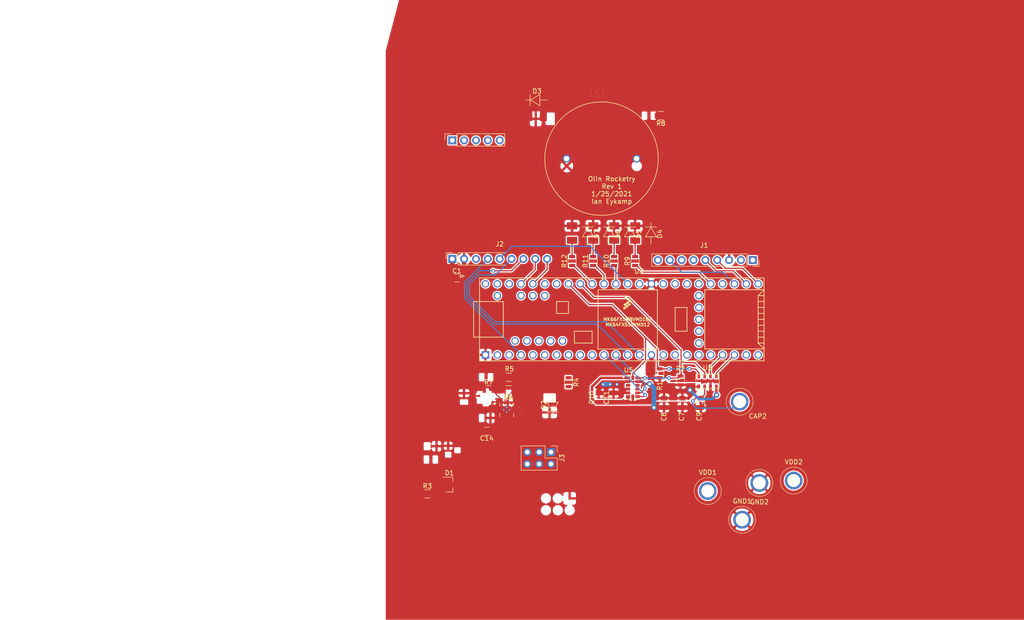
<source format=kicad_pcb>
(kicad_pcb (version 20171130) (host pcbnew "(5.1.7)-1")
  (layers (0 F.Cu signal) (31 B.Cu signal) (34 B.Paste user) (35 F.Paste user) (36 B.SilkS user) (37 F.SilkS user) (38 B.Mask user) (39 F.Mask user hide) (44 Edge.Cuts user))
  (net 0 "")
  (net 1 GND)
  (net 2 "Net-(C9-Pad1)")
  (net 3 SDA_TEENSY)
  (net 4 SCL_TEENSY)
  (net 5 INT2_MPL3115A2)
  (net 6 INT1_MPL3115A2)
  (net 7 "Net-(U3-Pad20)")
  (net 8 "Net-(U3-Pad25)")
  (net 9 "Net-(U3-Pad26)")
  (net 10 "Net-(U3-Pad27)")
  (net 11 "Net-(U3-Pad28)")
  (net 12 "Net-(U3-Pad29)")
  (net 13 "Net-(U3-Pad36)")
  (net 14 "Net-(U3-Pad37)")
  (net 15 "Net-(U3-Pad38)")
  (net 16 "Net-(U3-Pad40)")
  (net 17 "Net-(U3-Pad47)")
  (net 18 "Net-(U3-Pad48)")
  (net 19 "Net-(U3-Pad51)")
  (net 20 "Net-(U3-Pad52)")
  (net 21 "Net-(U3-Pad54)")
  (net 22 "Net-(U3-Pad55)")
  (net 23 "Net-(U3-Pad56)")
  (net 24 "Net-(U3-Pad57)")
  (net 25 "Net-(U3-Pad17)")
  (net 26 "Net-(U3-Pad16)")
  (net 27 TX)
  (net 28 RX)
  (net 29 ENABLE_GPS)
  (net 30 PPS)
  (net 31 FIX)
  (net 32 INT2_ADXL345)
  (net 33 INT1_ADXL345)
  (net 34 "Net-(U5-Pad11)")
  (net 35 "Net-(U5-Pad10)")
  (net 36 SCK_RFM9X)
  (net 37 G0_RFM9X)
  (net 38 "Net-(J2-Pad7)")
  (net 39 MISO_RFM9X)
  (net 40 MOSI_RFM9X)
  (net 41 CS_RFM9X)
  (net 42 RST_RFM9X)
  (net 43 "Net-(J2-Pad10)")
  (net 44 "Net-(J2-Pad11)")
  (net 45 "Net-(J2-Pad12)")
  (net 46 "Net-(J2-Pad13)")
  (net 47 "Net-(J2-Pad14)")
  (net 48 3.3VBMS)
  (net 49 3.3V_TEENSY)
  (net 50 BMS_to_Teensy)
  (net 51 "Net-(J1-Pad7)")
  (net 52 "Net-(J1-Pad9)")
  (net 53 MAIN_DEPLOY)
  (net 54 DROGUE_DEPLOY)
  (net 55 3.3VBMS_Backup)
  (net 56 "Net-(J3-Pad6)")
  (net 57 BUZZER)
  (net 58 "Net-(R5-Pad1)")
  (net 59 "Net-(R7-Pad2)")
  (net 60 "Net-(U3-Pad18)")
  (net 61 "Net-(U3-Pad19)")
  (net 62 "Net-(U3-Pad23)")
  (net 63 "Net-(U3-Pad24)")
  (net 64 "Net-(U3-Pad10)")
  (net 65 "Net-(U3-Pad9)")
  (net 66 "Net-(U7-Pad1)")
  (net 67 "Net-(U3-Pad6)")
  (net 68 "Net-(U3-Pad5)")
  (net 69 "Net-(U3-Pad3)")
  (net 70 "Net-(U3-Pad2)")
  (net 71 BMS_TO_ZENER)
  (net 72 LED1)
  (net 73 "Net-(U3-Pad35)")
  (net 74 LED2)
  (net 75 LED3)
  (net 76 LED4)
  (net 77 "Net-(D1-Pad2)")
  (net 78 "Net-(D2-Pad2)")
  (net 79 "Net-(D3-Pad2)")
  (net 80 "Net-(D4-Pad2)")
  (net 81 "Net-(D5-Pad2)")
  (net 82 "Net-(D6-Pad2)")
  (net 83 "Net-(D7-Pad2)")
  (module footprints:C_0805_OEM (layer F.Cu) (at 157.6451 112.8903 270)
    (fp_text reference C7 (at 2.9464 0.1778 270) (layer F.SilkS))
    (fp_text value 100n hide)
    (pad 2 smd rect (at 1 0 270) (size 1 1.25) (layers F.Cu F.Paste F.Mask) (net 1 GND))
    (pad 1 smd rect (at -1 0 270) (size 1 1.25) (layers F.Cu F.Paste F.Mask) (net 49 3.3V_TEENSY))
  )
  (module footprints:C_0805_OEM (layer F.Cu) (at 153.7081 112.8903 270)
    (fp_text reference C8 (at 2.9464 0.0508 270) (layer F.SilkS))
    (fp_text value 10u hide)
    (pad 1 smd rect (at -1 0 270) (size 1 1.25) (layers F.Cu F.Paste F.Mask) (net 49 3.3V_TEENSY))
    (pad 2 smd rect (at 1 0 270) (size 1 1.25) (layers F.Cu F.Paste F.Mask) (net 1 GND))
  )
  (module footprints:C_0805_OEM (layer F.Cu) (at 161.5821 112.8903 270)
    (fp_text reference C9 (at 2.9464 0.3556 270) (layer F.SilkS))
    (fp_text value 100n hide)
    (pad 1 smd rect (at -1 0 270) (size 1 1.25) (layers F.Cu F.Paste F.Mask) (net 2 "Net-(C9-Pad1)"))
    (pad 2 smd rect (at 1 0 270) (size 1 1.25) (layers F.Cu F.Paste F.Mask) (net 1 GND))
  )
  (module footprints:R_0805_OEM (layer F.Cu) (at 152.781 106.553 90)
    (fp_text reference R1 (at -2.6924 0 -90) (layer F.SilkS))
    (fp_text value R_4.99K hide)
    (pad 1 smd rect (at -0.95 0 90) (size 0.7 1.3) (layers F.Cu F.Paste F.Mask) (net 49 3.3V_TEENSY))
    (pad 2 smd rect (at 0.95 0 90) (size 0.7 1.3) (layers F.Cu F.Paste F.Mask) (net 4 SCL_TEENSY))
  )
  (module footprints:R_0805_OEM (layer F.Cu) (at 157.226 108.077 90)
    (fp_text reference R2 (at 2.5146 0 180) (layer F.SilkS))
    (fp_text value R_4.99K hide)
    (pad 2 smd rect (at 0.95 0 90) (size 0.7 1.3) (layers F.Cu F.Paste F.Mask) (net 3 SDA_TEENSY))
    (pad 1 smd rect (at -0.95 0 90) (size 0.7 1.3) (layers F.Cu F.Paste F.Mask) (net 49 3.3V_TEENSY))
  )
  (module MPL3115A2_barometer:MPL3115A2 (layer F.Cu) (at 163.0299 108.2929 270)
    (fp_text reference U2 (at -2.9337 0.0127 180) (layer F.SilkS))
    (fp_text value MPL3115A2)
    (pad 1 smd rect (at 1.125 1.875 270) (size 0.95 0.55) (layers F.Cu F.Paste F.Mask) (net 49 3.3V_TEENSY))
    (pad 2 smd rect (at 1.125 0.625 270) (size 0.95 0.55) (layers F.Cu F.Paste F.Mask) (net 2 "Net-(C9-Pad1)"))
    (pad 3 smd rect (at 1.125 -0.625 270) (size 0.95 0.55) (layers F.Cu F.Paste F.Mask) (net 1 GND))
    (pad 4 smd rect (at 1.125 -1.875 270) (size 0.95 0.55) (layers F.Cu F.Paste F.Mask) (net 49 3.3V_TEENSY))
    (pad 5 smd rect (at -1.125 -1.875 270) (size 0.95 0.55) (layers F.Cu F.Paste F.Mask) (net 5 INT2_MPL3115A2))
    (pad 6 smd rect (at -1.125 -0.625 270) (size 0.95 0.55) (layers F.Cu F.Paste F.Mask) (net 6 INT1_MPL3115A2))
    (pad 7 smd rect (at -1.125 0.625 270) (size 0.95 0.55) (layers F.Cu F.Paste F.Mask) (net 3 SDA_TEENSY))
    (pad 8 smd rect (at -1.125 1.875 270) (size 0.95 0.55) (layers F.Cu F.Paste F.Mask) (net 4 SCL_TEENSY))
  )
  (module footprints:Teensy3-6 (layer B.Cu) (at 144.653 94.996)
    (fp_text reference U3 (at 3.683 -10.287) (layer F.SilkS))
    (fp_text value Teensy3.6)
    (fp_text user MK66FX1MBVMD18/ (at 1.27 0) (layer F.SilkS) (effects (font (size 0.7 0.7))))
    (fp_text user MK64FX512VMD12 (at 1.27 1.143) (layer F.SilkS) (effects (font (size 0.7 0.7))))
    (pad 17 thru_hole circle (at 11.43 7.62) (size 1.6 1.6) (drill 1.1) (layers *.Cu *.Mask) (net 25 "Net-(U3-Pad17)"))
    (pad 18 thru_hole circle (at 13.97 7.62) (size 1.6 1.6) (drill 1.1) (layers *.Cu *.Mask) (net 60 "Net-(U3-Pad18)"))
    (pad 19 thru_hole circle (at 16.51 7.62) (size 1.6 1.6) (drill 1.1) (layers *.Cu *.Mask) (net 61 "Net-(U3-Pad19)"))
    (pad 20 thru_hole circle (at 19.05 7.62) (size 1.6 1.6) (drill 1.1) (layers *.Cu *.Mask) (net 7 "Net-(U3-Pad20)"))
    (pad 16 thru_hole circle (at 8.89 7.62) (size 1.6 1.6) (drill 1.1) (layers *.Cu *.Mask) (net 26 "Net-(U3-Pad16)"))
    (pad 15 thru_hole circle (at 6.35 7.62) (size 1.6 1.6) (drill 1.1) (layers *.Cu *.Mask) (net 49 3.3V_TEENSY))
    (pad 14 thru_hole circle (at 3.81 7.62) (size 1.6 1.6) (drill 1.1) (layers *.Cu *.Mask) (net 39 MISO_RFM9X))
    (pad 21 thru_hole circle (at 21.59 7.62) (size 1.6 1.6) (drill 1.1) (layers *.Cu *.Mask) (net 6 INT1_MPL3115A2))
    (pad 22 thru_hole circle (at 24.13 7.62) (size 1.6 1.6) (drill 1.1) (layers *.Cu *.Mask) (net 5 INT2_MPL3115A2))
    (pad 23 thru_hole circle (at 26.67 7.62) (size 1.6 1.6) (drill 1.1) (layers *.Cu *.Mask) (net 62 "Net-(U3-Pad23)"))
    (pad 24 thru_hole circle (at 29.21 7.62) (size 1.6 1.6) (drill 1.1) (layers *.Cu *.Mask) (net 63 "Net-(U3-Pad24)"))
    (pad 25 thru_hole circle (at 16.51 5.08) (size 1.6 1.6) (drill 1.1) (layers *.Cu *.Mask) (net 8 "Net-(U3-Pad25)"))
    (pad 26 thru_hole circle (at 16.51 2.54) (size 1.6 1.6) (drill 1.1) (layers *.Cu *.Mask) (net 9 "Net-(U3-Pad26)"))
    (pad 27 thru_hole circle (at 16.51 0) (size 1.6 1.6) (drill 1.1) (layers *.Cu *.Mask) (net 10 "Net-(U3-Pad27)"))
    (pad 28 thru_hole circle (at 16.51 -2.54) (size 1.6 1.6) (drill 1.1) (layers *.Cu *.Mask) (net 11 "Net-(U3-Pad28)"))
    (pad 29 thru_hole circle (at 16.51 -5.08) (size 1.6 1.6) (drill 1.1) (layers *.Cu *.Mask) (net 12 "Net-(U3-Pad29)"))
    (pad 30 thru_hole circle (at 29.21 -7.62) (size 1.6 1.6) (drill 1.1) (layers *.Cu *.Mask) (net 28 RX))
    (pad 31 thru_hole circle (at 26.67 -7.62) (size 1.6 1.6) (drill 1.1) (layers *.Cu *.Mask) (net 27 TX))
    (pad 32 thru_hole circle (at 24.13 -7.62) (size 1.6 1.6) (drill 1.1) (layers *.Cu *.Mask) (net 29 ENABLE_GPS))
    (pad 33 thru_hole circle (at 21.59 -7.62) (size 1.6 1.6) (drill 1.1) (layers *.Cu *.Mask) (net 57 BUZZER))
    (pad 34 thru_hole circle (at 19.05 -7.62) (size 1.6 1.6) (drill 1.1) (layers *.Cu *.Mask) (net 72 LED1))
    (pad 35 thru_hole circle (at 16.51 -7.62) (size 1.6 1.6) (drill 1.1) (layers *.Cu *.Mask) (net 73 "Net-(U3-Pad35)"))
    (pad 36 thru_hole circle (at 13.97 -7.62) (size 1.6 1.6) (drill 1.1) (layers *.Cu *.Mask) (net 13 "Net-(U3-Pad36)"))
    (pad 37 thru_hole circle (at 11.43 -7.62) (size 1.6 1.6) (drill 1.1) (layers *.Cu *.Mask) (net 14 "Net-(U3-Pad37)"))
    (pad 13 thru_hole circle (at 1.27 7.62) (size 1.6 1.6) (drill 1.1) (layers *.Cu *.Mask) (net 40 MOSI_RFM9X))
    (pad 12 thru_hole circle (at -1.27 7.62) (size 1.6 1.6) (drill 1.1) (layers *.Cu *.Mask) (net 32 INT2_ADXL345))
    (pad 11 thru_hole circle (at -3.81 7.62) (size 1.6 1.6) (drill 1.1) (layers *.Cu *.Mask) (net 33 INT1_ADXL345))
    (pad 10 thru_hole circle (at -6.35 7.62) (size 1.6 1.6) (drill 1.1) (layers *.Cu *.Mask) (net 64 "Net-(U3-Pad10)"))
    (pad 9 thru_hole circle (at -8.89 7.62) (size 1.6 1.6) (drill 1.1) (layers *.Cu *.Mask) (net 65 "Net-(U3-Pad9)"))
    (pad 8 thru_hole circle (at -11.43 7.62) (size 1.6 1.6) (drill 1.1) (layers *.Cu *.Mask) (net 54 DROGUE_DEPLOY))
    (pad 7 thru_hole circle (at -13.97 7.62) (size 1.6 1.6) (drill 1.1) (layers *.Cu *.Mask) (net 53 MAIN_DEPLOY))
    (pad 6 thru_hole circle (at -16.51 7.62) (size 1.6 1.6) (drill 1.1) (layers *.Cu *.Mask) (net 67 "Net-(U3-Pad6)"))
    (pad 5 thru_hole circle (at -19.05 7.62) (size 1.6 1.6) (drill 1.1) (layers *.Cu *.Mask) (net 68 "Net-(U3-Pad5)"))
    (pad 4 thru_hole circle (at -21.59 7.62) (size 1.6 1.6) (drill 1.1) (layers *.Cu *.Mask) (net 37 G0_RFM9X))
    (pad 3 thru_hole circle (at -24.13 7.62) (size 1.6 1.6) (drill 1.1) (layers *.Cu *.Mask) (net 69 "Net-(U3-Pad3)"))
    (pad 2 thru_hole circle (at -26.67 7.62) (size 1.6 1.6) (drill 1.1) (layers *.Cu *.Mask) (net 70 "Net-(U3-Pad2)"))
    (pad 1 thru_hole rect (at -29.21 7.62) (size 1.6 1.6) (drill 1.1) (layers *.Cu *.Mask) (net 1 GND))
    (pad 38 thru_hole circle (at 8.89 -7.62) (size 1.6 1.6) (drill 1.1) (layers *.Cu *.Mask) (net 15 "Net-(U3-Pad38)"))
    (pad 39 thru_hole circle (at 6.35 -7.62) (size 1.6 1.6) (drill 1.1) (layers *.Cu *.Mask) (net 1 GND))
    (pad 40 thru_hole circle (at 3.81 -7.62) (size 1.6 1.6) (drill 1.1) (layers *.Cu *.Mask) (net 16 "Net-(U3-Pad40)"))
    (pad 41 thru_hole circle (at 1.27 -7.62) (size 1.6 1.6) (drill 1.1) (layers *.Cu *.Mask) (net 36 SCK_RFM9X))
    (pad 42 thru_hole circle (at -1.27 -7.62) (size 1.6 1.6) (drill 1.1) (layers *.Cu *.Mask) (net 74 LED2))
    (pad 43 thru_hole circle (at -3.81 -7.62) (size 1.6 1.6) (drill 1.1) (layers *.Cu *.Mask) (net 75 LED3))
    (pad 44 thru_hole circle (at -6.35 -7.62) (size 1.6 1.6) (drill 1.1) (layers *.Cu *.Mask) (net 76 LED4))
    (pad 45 thru_hole circle (at -8.89 -7.62) (size 1.6 1.6) (drill 1.1) (layers *.Cu *.Mask) (net 3 SDA_TEENSY))
    (pad 46 thru_hole circle (at -11.43 -7.62) (size 1.6 1.6) (drill 1.1) (layers *.Cu *.Mask) (net 4 SCL_TEENSY))
    (pad 47 thru_hole circle (at -13.97 -7.62) (size 1.6 1.6) (drill 1.1) (layers *.Cu *.Mask) (net 17 "Net-(U3-Pad47)"))
    (pad 48 thru_hole circle (at -16.51 -7.62) (size 1.6 1.6) (drill 1.1) (layers *.Cu *.Mask) (net 18 "Net-(U3-Pad48)"))
    (pad 49 thru_hole circle (at -19.05 -7.62) (size 1.6 1.6) (drill 1.1) (layers *.Cu *.Mask) (net 42 RST_RFM9X))
    (pad 50 thru_hole circle (at -21.59 -7.62) (size 1.6 1.6) (drill 1.1) (layers *.Cu *.Mask) (net 41 CS_RFM9X))
    (pad 51 thru_hole circle (at -24.13 -7.62) (size 1.6 1.6) (drill 1.1) (layers *.Cu *.Mask) (net 19 "Net-(U3-Pad51)"))
    (pad 52 thru_hole circle (at -26.67 -7.62) (size 1.6 1.6) (drill 1.1) (layers *.Cu *.Mask) (net 20 "Net-(U3-Pad52)"))
    (pad 53 thru_hole circle (at -29.21 -7.62) (size 1.6 1.6) (drill 1.1) (layers *.Cu *.Mask) (net 50 BMS_to_Teensy))
    (pad 54 thru_hole circle (at -26.67 -5.08) (size 1.6 1.6) (drill 1.1) (layers *.Cu *.Mask) (net 21 "Net-(U3-Pad54)"))
    (pad 55 thru_hole circle (at -21.59 -5.08) (size 1.6 1.6) (drill 1.1) (layers *.Cu *.Mask) (net 22 "Net-(U3-Pad55)"))
    (pad 56 thru_hole circle (at -19.05 -5.08) (size 1.6 1.6) (drill 1.1) (layers *.Cu *.Mask) (net 23 "Net-(U3-Pad56)"))
    (pad 57 thru_hole circle (at -16.51 -5.08) (size 1.6 1.6) (drill 1.1) (layers *.Cu *.Mask) (net 24 "Net-(U3-Pad57)"))
    (pad 58 thru_hole circle (at -22.86 4.62) (size 1.6 1.6) (drill 1.1) (layers *.Cu *.Mask))
    (pad 59 thru_hole circle (at -20.32 4.62) (size 1.6 1.6) (drill 1.1) (layers *.Cu *.Mask))
    (pad 60 thru_hole circle (at -17.78 4.62) (size 1.6 1.6) (drill 1.1) (layers *.Cu *.Mask))
    (pad 61 thru_hole circle (at -15.24 4.62) (size 1.6 1.6) (drill 1.1) (layers *.Cu *.Mask))
    (pad 62 thru_hole circle (at -12.7 4.62) (size 1.6 1.6) (drill 1.1) (layers *.Cu *.Mask))
  )
  (module footprints:Test-Point-Pin_Drill2.79mm (layer F.Cu) (at 169.9006 112.6363 180)
    (fp_text reference CAP2 (at -3.8735 -3.1115) (layer F.SilkS))
    (fp_text value TestPoint)
    (pad 1 thru_hole circle (at 0 0 180) (size 3.79 3.79) (drill 2.79) (layers *.Cu *.Mask) (net 2 "Net-(C9-Pad1)"))
  )
  (module footprints:Test-Point-Pin_Drill2.79mm (layer F.Cu) (at 170.434 137.922 180)
    (fp_text reference GND1 (at 0 3.98) (layer F.SilkS))
    (fp_text value TestPoint)
    (pad 1 thru_hole circle (at 0 0 180) (size 3.79 3.79) (drill 2.79) (layers *.Cu *.Mask) (net 1 GND))
  )
  (module footprints:Test-Point-Pin_Drill2.79mm (layer F.Cu) (at 174.117 130.048 180)
    (fp_text reference GND2 (at 0 -4.064 180) (layer F.SilkS))
    (fp_text value TestPoint)
    (pad 1 thru_hole circle (at 0 0 180) (size 3.79 3.79) (drill 2.79) (layers *.Cu *.Mask) (net 1 GND))
  )
  (module footprints:Test-Point-Pin_Drill2.79mm (layer F.Cu) (at 163.068 131.7752 180)
    (fp_text reference VDD1 (at 0 3.98) (layer F.SilkS))
    (fp_text value TestPoint)
    (pad 1 thru_hole circle (at 0 0 180) (size 3.79 3.79) (drill 2.79) (layers *.Cu *.Mask) (net 49 3.3V_TEENSY))
  )
  (module footprints:Test-Point-Pin_Drill2.79mm (layer F.Cu) (at 181.483 129.54 180)
    (fp_text reference VDD2 (at 0 3.98) (layer F.SilkS))
    (fp_text value TestPoint)
    (pad 1 thru_hole circle (at 0 0 180) (size 3.79 3.79) (drill 2.79) (layers *.Cu *.Mask) (net 49 3.3V_TEENSY))
  )
  (module footprints:C_0805_OEM (layer F.Cu) (at 139.7 111.76 90)
    (fp_text reference C10 (at 0 -1.5 90) (layer F.SilkS))
    (fp_text value 100n hide)
    (pad 1 smd rect (at -1 0 90) (size 1 1.25) (layers F.Cu F.Paste F.Mask) (net 49 3.3V_TEENSY))
    (pad 2 smd rect (at 1 0 90) (size 1 1.25) (layers F.Cu F.Paste F.Mask) (net 1 GND))
  )
  (module footprints:C_0805_OEM (layer F.Cu) (at 142.875 111.76 90)
    (fp_text reference C11 (at 0 -1.5 90) (layer F.SilkS))
    (fp_text value 1u hide)
    (pad 2 smd rect (at 1 0 90) (size 1 1.25) (layers F.Cu F.Paste F.Mask) (net 1 GND))
    (pad 1 smd rect (at -1 0 90) (size 1 1.25) (layers F.Cu F.Paste F.Mask) (net 49 3.3V_TEENSY))
  )
  (module ADXL345_snapEda:ADXL345 (layer F.Cu) (at 147.0025 109.5375)
    (fp_text reference U5 (at -0.889 -3.683) (layer F.SilkS))
    (fp_text value ADXL345BCCZ)
    (pad 1 smd rect (at -1.01 -2) (size 0.92 0.61) (layers F.Cu F.Paste F.Mask) (net 49 3.3V_TEENSY))
    (pad 2 smd rect (at -1.01 -1.2) (size 0.92 0.61) (layers F.Cu F.Paste F.Mask) (net 1 GND))
    (pad 3 smd rect (at -1.01 -0.4) (size 0.92 0.61) (layers F.Cu F.Paste F.Mask) (net 34 "Net-(U5-Pad11)"))
    (pad 4 smd rect (at -1.01 0.4) (size 0.92 0.61) (layers F.Cu F.Paste F.Mask) (net 1 GND))
    (pad 5 smd rect (at -1.01 1.2) (size 0.92 0.61) (layers F.Cu F.Paste F.Mask) (net 1 GND))
    (pad 6 smd rect (at -1.01 2) (size 0.92 0.61) (layers F.Cu F.Paste F.Mask) (net 49 3.3V_TEENSY))
    (pad 7 smd rect (at 0 2.01) (size 0.61 0.92) (layers F.Cu F.Paste F.Mask) (net 49 3.3V_TEENSY))
    (pad 8 smd rect (at 1.01 2) (size 0.92 0.61) (layers F.Cu F.Paste F.Mask) (net 33 INT1_ADXL345))
    (pad 9 smd rect (at 1.01 1.2) (size 0.92 0.61) (layers F.Cu F.Paste F.Mask) (net 32 INT2_ADXL345))
    (pad 10 smd rect (at 1.01 0.4) (size 0.92 0.61) (layers F.Cu F.Paste F.Mask) (net 35 "Net-(U5-Pad10)"))
    (pad 11 smd rect (at 1.01 -0.4) (size 0.92 0.61) (layers F.Cu F.Paste F.Mask) (net 34 "Net-(U5-Pad11)"))
    (pad 12 smd rect (at 1.01 -1.2) (size 0.92 0.61) (layers F.Cu F.Paste F.Mask) (net 1 GND))
    (pad 13 smd rect (at 1.01 -2) (size 0.92 0.61) (layers F.Cu F.Paste F.Mask) (net 3 SDA_TEENSY))
    (pad 14 smd rect (at 0 -2.01) (size 0.61 0.92) (layers F.Cu F.Paste F.Mask) (net 4 SCL_TEENSY))
  )
  (module footprints:RFM9X_header (layer F.Cu) (at 108.331 82.042 90)
    (fp_text reference J2 (at 3.175 10.16) (layer F.SilkS))
    (fp_text value RFM9X_header)
    (pad 5 thru_hole oval (at 0 10.16 90) (size 1.7 1.7) (drill 1) (layers *.Cu *.Mask) (net 36 SCK_RFM9X))
    (pad 6 thru_hole oval (at 0 7.62 90) (size 1.7 1.7) (drill 1) (layers *.Cu *.Mask) (net 37 G0_RFM9X))
    (pad 7 thru_hole oval (at 0 5.08 90) (size 1.7 1.7) (drill 1) (layers *.Cu *.Mask) (net 38 "Net-(J2-Pad7)"))
    (pad 8 thru_hole oval (at 0 2.54 90) (size 1.7 1.7) (drill 1) (layers *.Cu *.Mask) (net 1 GND))
    (pad 9 thru_hole rect (at 0 0 90) (size 1.7 1.7) (drill 1) (layers *.Cu *.Mask) (net 49 3.3V_TEENSY))
    (pad 4 thru_hole oval (at 0 12.7 90) (size 1.7 1.7) (drill 1) (layers *.Cu *.Mask) (net 39 MISO_RFM9X))
    (pad 3 thru_hole oval (at 0 15.24 90) (size 1.7 1.7) (drill 1) (layers *.Cu *.Mask) (net 40 MOSI_RFM9X))
    (pad 2 thru_hole oval (at 0 17.78 90) (size 1.7 1.7) (drill 1) (layers *.Cu *.Mask) (net 41 CS_RFM9X))
    (pad 1 thru_hole oval (at 0 20.32 90) (size 1.7 1.7) (drill 1) (layers *.Cu *.Mask) (net 42 RST_RFM9X))
    (pad 10 thru_hole rect (at 25.4 0 90) (size 1.7 1.7) (drill 1) (layers *.Cu *.Mask) (net 43 "Net-(J2-Pad10)"))
    (pad 11 thru_hole oval (at 25.4 2.54 90) (size 1.7 1.7) (drill 1) (layers *.Cu *.Mask) (net 44 "Net-(J2-Pad11)"))
    (pad 12 thru_hole oval (at 25.4 5.08 90) (size 1.7 1.7) (drill 1) (layers *.Cu *.Mask) (net 45 "Net-(J2-Pad12)"))
    (pad 13 thru_hole oval (at 25.4 7.62 90) (size 1.7 1.7) (drill 1) (layers *.Cu *.Mask) (net 46 "Net-(J2-Pad13)"))
    (pad 14 thru_hole oval (at 25.4 10.16 90) (size 1.7 1.7) (drill 1) (layers *.Cu *.Mask) (net 47 "Net-(J2-Pad14)"))
  )
  (module Connector_PinSocket_2.54mm:PinSocket_1x09_P2.54mm_Vertical (layer F.Cu) (at 172.72 82.296 270)
    (fp_text reference J1 (at -3.175 10.414) (layer F.SilkS))
    (fp_text value Conn_01x09_Female)
    (pad 9 thru_hole oval (at 0 20.32 270) (size 1.7 1.7) (drill 1) (layers *.Cu *.Mask) (net 52 "Net-(J1-Pad9)"))
    (pad 8 thru_hole oval (at 0 17.78 270) (size 1.7 1.7) (drill 1) (layers *.Cu *.Mask) (net 29 ENABLE_GPS))
    (pad 7 thru_hole oval (at 0 15.24 270) (size 1.7 1.7) (drill 1) (layers *.Cu *.Mask) (net 51 "Net-(J1-Pad7)"))
    (pad 6 thru_hole oval (at 0 12.7 270) (size 1.7 1.7) (drill 1) (layers *.Cu *.Mask) (net 31 FIX))
    (pad 5 thru_hole oval (at 0 10.16 270) (size 1.7 1.7) (drill 1) (layers *.Cu *.Mask) (net 27 TX))
    (pad 4 thru_hole oval (at 0 7.62 270) (size 1.7 1.7) (drill 1) (layers *.Cu *.Mask) (net 28 RX))
    (pad 3 thru_hole oval (at 0 5.08 270) (size 1.7 1.7) (drill 1) (layers *.Cu *.Mask) (net 1 GND))
    (pad 2 thru_hole oval (at 0 2.54 270) (size 1.7 1.7) (drill 1) (layers *.Cu *.Mask) (net 49 3.3V_TEENSY))
    (pad 1 thru_hole rect (at 0 0 270) (size 1.7 1.7) (drill 1) (layers *.Cu *.Mask) (net 30 PPS))
  )
  (module footprints:R_0805_OEM (layer F.Cu) (at 120.4468 107.3912)
    (fp_text reference R5 (at 0.127 -1.778) (layer F.SilkS))
    (fp_text value R_20k hide)
    (pad 1 smd rect (at -0.95 0) (size 0.7 1.3) (layers F.Cu F.Paste F.Mask) (net 58 "Net-(R5-Pad1)"))
    (pad 2 smd rect (at 0.95 0) (size 0.7 1.3) (layers F.Cu F.Paste F.Mask) (net 48 3.3VBMS))
  )
  (module footprints:C_0805_OEM (layer F.Cu) (at 115.7224 118.9736 180)
    (fp_text reference C14 (at 0 -1.5 180) (layer F.SilkS))
    (fp_text value C_1uF hide)
    (pad 1 smd rect (at -1 0 180) (size 1 1.25) (layers F.Cu F.Paste F.Mask) (net 71 BMS_TO_ZENER))
    (pad 2 smd rect (at 1 0 180) (size 1 1.25) (layers F.Cu F.Paste F.Mask) (net 1 GND))
  )
  (module rev2_lib:SPKR_PKB24SPCH3601-B0 (layer F.Cu) (at 140.3096 60.5536)
    (fp_text reference LS1 (at -0.809 -13.8382) (layer F.SilkS) (effects (font (size 1.32 1.32) (thickness 0.015))))
    (fp_text value PKB24SPCH3601-B0)
    (fp_text user - (at -14 -1) (layer F.SilkS) (effects (font (size 1.32 1.32) (thickness 0.015))))
    (fp_text user + (at 13 -1) (layer F.SilkS) (effects (font (size 1.32 1.32) (thickness 0.015))))
    (pad N thru_hole circle (at -7.5 0) (size 1.71 1.71) (drill 1.14) (layers *.Cu *.Mask) (net 1 GND))
    (pad P thru_hole circle (at 7.5 0) (size 1.71 1.71) (drill 1.14) (layers *.Cu *.Mask) (net 57 BUZZER))
  )
  (module footprints:R_0805_OEM (layer F.Cu) (at 120.396 110.0836 180)
    (fp_text reference R6 (at 0 -1.65 180) (layer F.SilkS))
    (fp_text value R_8k hide)
    (pad 1 smd rect (at -0.95 0 180) (size 0.7 1.3) (layers F.Cu F.Paste F.Mask) (net 1 GND))
    (pad 2 smd rect (at 0.95 0 180) (size 0.7 1.3) (layers F.Cu F.Paste F.Mask) (net 58 "Net-(R5-Pad1)"))
  )
  (module footprints:R_0805_OEM (layer F.Cu) (at 116.1288 110.0836)
    (fp_text reference R7 (at 0 -1.65) (layer F.SilkS))
    (fp_text value R_475 hide)
    (pad 2 smd rect (at 0.95 0) (size 0.7 1.3) (layers F.Cu F.Paste F.Mask) (net 59 "Net-(R7-Pad2)"))
    (pad 1 smd rect (at -0.95 0) (size 0.7 1.3) (layers F.Cu F.Paste F.Mask) (net 1 GND))
  )
  (module footprints:TPS2113ADRBR (layer F.Cu) (at 119.9896 114.3508 270)
    (fp_text reference U7 (at 0.175 -2.885 90) (layer F.SilkS) (effects (font (thickness 0.015))))
    (fp_text value TPS2113ADRBR)
    (fp_poly (pts (xy -0.75 -0.875) (xy -0.44 -0.875) (xy -0.44 -1.7) (xy -0.21 -1.7) (xy -0.21 -0.875) (xy 0.21 -0.875) (xy 0.21 -1.7) (xy 0.44 -1.7) (xy 0.44 -0.875) (xy 0.75 -0.875) (xy 0.75 0.875) (xy 0.44 0.875) (xy 0.44 1.7) (xy 0.21 1.7) (xy 0.21 0.875) (xy -0.21 0.875) (xy -0.21 1.7) (xy -0.44 1.7) (xy -0.44 0.875) (xy -0.75 0.875)) (layer F.Cu) (width 0.01))
    (pad 13 thru_hole circle (at 0 0.625 270) (size 0.4 0.4) (drill 0.2) (layers *.Cu))
    (pad 12 thru_hole circle (at -0.5 0 270) (size 0.4 0.4) (drill 0.2) (layers *.Cu))
    (pad 11 thru_hole circle (at 0.5 0 270) (size 0.4 0.4) (drill 0.2) (layers *.Cu))
    (pad 10 thru_hole circle (at 0 -0.625 270) (size 0.4 0.4) (drill 0.2) (layers *.Cu))
    (pad 9 smd rect (at 0 0 270) (size 1.5 1.75) (layers F.Cu) (net 1 GND))
    (pad 8 smd rect (at 1.4 -0.975 270) (size 0.6 0.31) (layers F.Cu F.Paste) (net 48 3.3VBMS))
    (pad 7 smd rect (at 1.4 -0.325 270) (size 0.6 0.31) (layers F.Cu F.Paste) (net 71 BMS_TO_ZENER))
    (pad 6 smd rect (at 1.4 0.325 270) (size 0.6 0.31) (layers F.Cu F.Paste) (net 55 3.3VBMS_Backup))
    (pad 5 smd rect (at 1.4 0.975 270) (size 0.6 0.31) (layers F.Cu F.Paste) (net 1 GND))
    (pad 4 smd rect (at -1.4 0.975 270) (size 0.6 0.31) (layers F.Cu F.Paste) (net 59 "Net-(R7-Pad2)"))
    (pad 3 smd rect (at -1.4 0.325 270) (size 0.6 0.31) (layers F.Cu F.Paste) (net 58 "Net-(R5-Pad1)"))
    (pad 2 smd rect (at -1.4 -0.325 270) (size 0.6 0.31) (layers F.Cu F.Paste) (net 1 GND))
    (pad 1 smd rect (at -1.4 -0.975 270) (size 0.6 0.31) (layers F.Cu F.Paste) (net 66 "Net-(U7-Pad1)"))
  )
  (module Connector_PinHeader_2.54mm:PinHeader_2x03_P2.54mm_Vertical (layer F.Cu) (at 129.4892 123.444 270)
    (fp_text reference J3 (at 1.27 -2.33 90) (layer F.SilkS))
    (fp_text value Conn_02x03_Odd_Even)
    (pad 1 thru_hole rect (at 0 0 270) (size 1.7 1.7) (drill 1) (layers *.Cu *.Mask) (net 1 GND))
    (pad 2 thru_hole oval (at 2.54 0 270) (size 1.7 1.7) (drill 1) (layers *.Cu *.Mask) (net 53 MAIN_DEPLOY))
    (pad 3 thru_hole oval (at 0 2.54 270) (size 1.7 1.7) (drill 1) (layers *.Cu *.Mask) (net 48 3.3VBMS))
    (pad 4 thru_hole oval (at 2.54 2.54 270) (size 1.7 1.7) (drill 1) (layers *.Cu *.Mask) (net 54 DROGUE_DEPLOY))
    (pad 5 thru_hole oval (at 0 5.08 270) (size 1.7 1.7) (drill 1) (layers *.Cu *.Mask) (net 55 3.3VBMS_Backup))
    (pad 6 thru_hole oval (at 2.54 5.08 270) (size 1.7 1.7) (drill 1) (layers *.Cu *.Mask) (net 56 "Net-(J3-Pad6)"))
  )
  (module footprints:C_0805_OEM (layer F.Cu) (at 109.3216 86.106)
    (fp_text reference C1 (at 0 -1.5) (layer F.SilkS))
    (fp_text value C_10uF hide)
    (pad 1 smd rect (at -1 0) (size 1 1.25) (layers F.Cu F.Paste F.Mask) (net 49 3.3V_TEENSY))
    (pad 2 smd rect (at 1 0) (size 1 1.25) (layers F.Cu F.Paste F.Mask) (net 1 GND))
  )
  (module Package_TO_SOT_SMD:SOT-23 (layer F.Cu) (at 107.687973 130.401801)
    (fp_text reference D1 (at 0 -2.5) (layer F.SilkS))
    (fp_text value D_Zener)
    (pad 1 smd rect (at -1 -0.95) (size 0.9 0.8) (layers F.Cu F.Paste F.Mask) (net 1 GND))
    (pad 2 smd rect (at -1 0.95) (size 0.9 0.8) (layers F.Cu F.Paste F.Mask) (net 77 "Net-(D1-Pad2)"))
    (pad 3 smd rect (at 1 0) (size 0.9 0.8) (layers F.Cu F.Paste F.Mask) (net 50 BMS_to_Teensy))
  )
  (module footprints:R_0805_OEM (layer F.Cu) (at 102.987973 132.386801)
    (fp_text reference R3 (at 0 -1.65) (layer F.SilkS))
    (fp_text value R_20 hide)
    (pad 1 smd rect (at -0.95 0) (size 0.7 1.3) (layers F.Cu F.Paste F.Mask) (net 50 BMS_to_Teensy))
    (pad 2 smd rect (at 0.95 0) (size 0.7 1.3) (layers F.Cu F.Paste F.Mask) (net 71 BMS_TO_ZENER))
  )
  (module footprints:R_0805_OEM (layer F.Cu) (at 133.2484 108.458 270)
    (fp_text reference R4 (at 0 -1.65 270) (layer F.SilkS))
    (fp_text value R_750 hide)
    (pad 1 smd rect (at -0.95 0 270) (size 0.7 1.3) (layers F.Cu F.Paste F.Mask) (net 49 3.3V_TEENSY))
    (pad 2 smd rect (at 0.95 0 270) (size 0.7 1.3) (layers F.Cu F.Paste F.Mask) (net 78 "Net-(D2-Pad2)"))
  )
  (module footprints:R_0805_OEM (layer F.Cu) (at 153.0096 51.3588 180)
    (fp_text reference R8 (at 0 -1.65 180) (layer F.SilkS))
    (fp_text value R_750 hide)
    (pad 2 smd rect (at 0.95 0 180) (size 0.7 1.3) (layers F.Cu F.Paste F.Mask) (net 79 "Net-(D3-Pad2)"))
    (pad 1 smd rect (at -0.95 0 180) (size 0.7 1.3) (layers F.Cu F.Paste F.Mask) (net 57 BUZZER))
  )
  (module footprints:R_0805_OEM (layer F.Cu) (at 147.5 82.5 90)
    (fp_text reference R9 (at 0 -1.65 90) (layer F.SilkS))
    (fp_text value R_750 hide)
    (pad 1 smd rect (at -0.95 0 90) (size 0.7 1.3) (layers F.Cu F.Paste F.Mask) (net 72 LED1))
    (pad 2 smd rect (at 0.95 0 90) (size 0.7 1.3) (layers F.Cu F.Paste F.Mask) (net 80 "Net-(D4-Pad2)"))
  )
  (module footprints:R_0805_OEM (layer F.Cu) (at 143 82.5 90)
    (fp_text reference R10 (at 0 -1.65 90) (layer F.SilkS))
    (fp_text value R_750 hide)
    (pad 2 smd rect (at 0.95 0 90) (size 0.7 1.3) (layers F.Cu F.Paste F.Mask) (net 81 "Net-(D5-Pad2)"))
    (pad 1 smd rect (at -0.95 0 90) (size 0.7 1.3) (layers F.Cu F.Paste F.Mask) (net 74 LED2))
  )
  (module footprints:R_0805_OEM (layer F.Cu) (at 138.5 82.5 90)
    (fp_text reference R11 (at 0 -1.65 90) (layer F.SilkS))
    (fp_text value R_750 hide)
    (pad 1 smd rect (at -0.95 0 90) (size 0.7 1.3) (layers F.Cu F.Paste F.Mask) (net 75 LED3))
    (pad 2 smd rect (at 0.95 0 90) (size 0.7 1.3) (layers F.Cu F.Paste F.Mask) (net 82 "Net-(D6-Pad2)"))
  )
  (module footprints:R_0805_OEM (layer F.Cu) (at 134 82.5 90)
    (fp_text reference R12 (at 0 -1.65 90) (layer F.SilkS))
    (fp_text value R_750 hide)
    (pad 2 smd rect (at 0.95 0 90) (size 0.7 1.3) (layers F.Cu F.Paste F.Mask) (net 83 "Net-(D7-Pad2)"))
    (pad 1 smd rect (at -0.95 0 90) (size 0.7 1.3) (layers F.Cu F.Paste F.Mask) (net 76 LED4))
  )
  (module KingbrightLED:AA3528LSECKT-J4 (layer F.Cu) (at 133.2484 113.538 90)
    (fp_text reference D2 (at 0.2 -5.3 90) (layer F.SilkS))
    (fp_text value LED)
    (pad 1 smd rect (at -1.55 0 90) (size 1.5 2.2) (layers F.Cu F.Paste F.Mask) (net 1 GND))
    (pad 2 smd rect (at 1.55 0 90) (size 1.5 2.2) (layers F.Cu F.Paste F.Mask) (net 78 "Net-(D2-Pad2)"))
  )
  (module KingbrightLED:AA3528LSECKT-J4 (layer F.Cu) (at 126.2888 51.4096)
    (fp_text reference D3 (at 0.2 -5.3) (layer F.SilkS))
    (fp_text value LED)
    (pad 2 smd rect (at 1.55 0) (size 1.5 2.2) (layers F.Cu F.Paste F.Mask) (net 79 "Net-(D3-Pad2)"))
    (pad 1 smd rect (at -1.55 0) (size 1.5 2.2) (layers F.Cu F.Paste F.Mask) (net 1 GND))
  )
  (module KingbrightLED:AA3528LSECKT-J4 (layer F.Cu) (at 147.5 76.5 270)
    (fp_text reference D4 (at 0.2 -5.3 270) (layer F.SilkS))
    (fp_text value LED)
    (pad 2 smd rect (at 1.55 0 270) (size 1.5 2.2) (layers F.Cu F.Paste F.Mask) (net 80 "Net-(D4-Pad2)"))
    (pad 1 smd rect (at -1.55 0 270) (size 1.5 2.2) (layers F.Cu F.Paste F.Mask) (net 1 GND))
  )
  (module KingbrightLED:AA3528LSECKT-J4 (layer F.Cu) (at 143 76.5 270)
    (fp_text reference D5 (at 0.2 -5.3 270) (layer F.SilkS))
    (fp_text value LED)
    (pad 1 smd rect (at -1.55 0 270) (size 1.5 2.2) (layers F.Cu F.Paste F.Mask) (net 1 GND))
    (pad 2 smd rect (at 1.55 0 270) (size 1.5 2.2) (layers F.Cu F.Paste F.Mask) (net 81 "Net-(D5-Pad2)"))
  )
  (module KingbrightLED:AA3528LSECKT-J4 (layer F.Cu) (at 138.5 76.5 270)
    (fp_text reference D6 (at 0.2 -5.3 270) (layer F.SilkS))
    (fp_text value LED)
    (pad 2 smd rect (at 1.55 0 270) (size 1.5 2.2) (layers F.Cu F.Paste F.Mask) (net 82 "Net-(D6-Pad2)"))
    (pad 1 smd rect (at -1.55 0 270) (size 1.5 2.2) (layers F.Cu F.Paste F.Mask) (net 1 GND))
  )
  (module KingbrightLED:AA3528LSECKT-J4 (layer F.Cu) (at 134 76.5 270)
    (fp_text reference D7 (at 0.2 -5.3 270) (layer F.SilkS))
    (fp_text value LED)
    (pad 1 smd rect (at -1.55 0 270) (size 1.5 2.2) (layers F.Cu F.Paste F.Mask) (net 1 GND))
    (pad 2 smd rect (at 1.55 0 270) (size 1.5 2.2) (layers F.Cu F.Paste F.Mask) (net 83 "Net-(D7-Pad2)"))
  )
  (gr_line (start 110.617 85.725) (end 110.998 85.725) (angle 90) (layer F.SilkS) (width 0.12))
  (gr_line (start 109.728 85.725) (end 110.109 85.725) (angle 90) (layer F.SilkS) (width 0.12))
  (gr_line (start 110.617 85.471) (end 110.617 85.979) (angle 90) (layer F.SilkS) (width 0.12))
  (gr_line (start 110.617 85.725) (end 110.109 85.344) (angle 90) (layer F.SilkS) (width 0.12))
  (gr_line (start 110.109 86.106) (end 110.617 85.725) (angle 90) (layer F.SilkS) (width 0.12))
  (gr_line (start 110.109 85.344) (end 110.109 86.106) (angle 90) (layer F.SilkS) (width 0.12))
  (gr_text "Olin Rocketry\nRev 1\n1/25/2021\nIan Eykamp" (at 142.494 67.31) (layer F.SilkS) (effects (font (size 1 1))))
  (segment (start 161.5821 113.8903) (end 157.6451 113.8903) (width 1) (layer F.Cu) (net 1))
  (segment (start 157.6451 113.8903) (end 153.7081 113.8903) (width 1) (layer F.Cu) (net 1))
  (segment (start 144.9545 110.5695) (end 144.78 110.744) (width 1) (layer F.Cu) (net 1))
  (segment (start 144.78 110.744) (end 144.9705 110.5535) (width 1) (layer F.Cu) (net 1))
  (segment (start 145.9925 108.3375) (end 145.2815 108.3375) (width 0.55) (layer F.Cu) (net 1))
  (segment (start 144.9545 108.6645) (end 144.9545 110.5695) (width 0.55) (layer F.Cu) (net 1))
  (segment (start 145.2815 108.3375) (end 144.9545 108.6645) (width 0.55) (layer F.Cu) (net 1))
  (segment (start 145.9925 109.9375) (end 145.5865 109.9375) (width 0.55) (layer F.Cu) (net 1))
  (segment (start 145.5865 109.9375) (end 144.9545 110.5695) (width 0.55) (layer F.Cu) (net 1))
  (segment (start 145.9925 110.7375) (end 145.1225 110.7375) (width 0.55) (layer F.Cu) (net 1))
  (segment (start 145.1225 110.7375) (end 144.9545 110.5695) (width 0.55) (layer F.Cu) (net 1))
  (segment (start 148.0125 108.3375) (end 145.9925 108.3375) (width 0.25) (layer F.Cu) (net 1))
  (segment (start 144.78 110.744) (end 142.891 110.744) (width 1) (layer F.Cu) (net 1))
  (segment (start 142.891 110.744) (end 142.875 110.76) (width 1) (layer F.Cu) (net 1))
  (segment (start 142.875 110.76) (end 139.7 110.76) (width 1) (layer F.Cu) (net 1))
  (segment (start 148.0125 108.3375) (end 148.9775 108.3375) (width 0.55) (layer F.Cu) (net 1))
  (segment (start 151.5364 113.8936) (end 151.5397 113.8903) (width 0.55) (layer F.Cu) (net 1))
  (via (at 151.5364 113.8936) (size 1.2) (drill 0.6) (layers F.Cu B.Cu) (net 1))
  (segment (start 151.5364 109.728) (end 151.5364 113.8936) (width 0.55) (layer B.Cu) (net 1))
  (via (at 150.622 108.8136) (size 1.2) (drill 0.6) (layers F.Cu B.Cu) (net 1))
  (segment (start 149.4536 108.8136) (end 150.622 108.8136) (width 0.55) (layer F.Cu) (net 1))
  (segment (start 148.9775 108.3375) (end 149.4536 108.8136) (width 0.55) (layer F.Cu) (net 1))
  (segment (start 153.7081 113.8903) (end 151.5397 113.8903) (width 1) (layer F.Cu) (net 1))
  (segment (start 151.5397 113.8903) (end 151.5364 113.8936) (width 1) (layer F.Cu) (net 1))
  (segment (start 150.622 108.8136) (end 151.5364 109.728) (width 1) (layer B.Cu) (net 1))
  (segment (start 151.5364 109.728) (end 151.5364 113.8936) (width 1) (layer B.Cu) (net 1))
  (segment (start 139.7 110.76) (end 139.7 109.8804) (width 1) (layer F.Cu) (net 1))
  (via (at 143.6116 108.9152) (size 0.8) (drill 0.4) (layers F.Cu B.Cu) (net 1))
  (segment (start 142.1384 108.9152) (end 143.6116 108.9152) (width 1) (layer F.Cu) (net 1))
  (via (at 142.1384 108.9152) (size 0.8) (drill 0.4) (layers F.Cu B.Cu) (net 1))
  (segment (start 140.6652 108.9152) (end 142.1384 108.9152) (width 1) (layer B.Cu) (net 1))
  (via (at 140.6652 108.9152) (size 0.8) (drill 0.4) (layers F.Cu B.Cu) (net 1))
  (segment (start 139.7 109.8804) (end 140.6652 108.9152) (width 1) (layer F.Cu) (net 1))
  (segment (start 163.6549 109.4179) (end 163.6549 111.8175) (width 0.55) (layer F.Cu) (net 1))
  (segment (start 163.6549 111.8175) (end 161.5821 113.8903) (width 0.55) (layer F.Cu) (net 1))
  (segment (start 120.3146 112.9508) (end 120.3146 111.3842) (width 0.25) (layer F.Cu) (net 1))
  (segment (start 121.346 110.4036) (end 121.346 110.0836) (width 0.25) (layer F.Cu) (net 1))
  (segment (start 120.3146 111.3842) (end 121.346 110.3528) (width 0.25) (layer F.Cu) (net 1))
  (segment (start 110.871 82.042) (end 110.871 85.5566) (width 1) (layer F.Cu) (net 1))
  (segment (start 110.871 85.5566) (end 110.3216 86.106) (width 1) (layer F.Cu) (net 1))
  (segment (start 162.4049 109.4179) (end 162.4049 111.0675) (width 0.25) (layer F.Cu) (net 2))
  (segment (start 162.4049 111.0675) (end 161.5821 111.8903) (width 0.25) (layer F.Cu) (net 2))
  (segment (start 161.5821 111.8903) (end 160.4993 111.8903) (width 0.25) (layer F.Cu) (net 2))
  (segment (start 168.5417 113.9952) (end 169.9006 112.6363) (width 0.25) (layer B.Cu) (net 2))
  (segment (start 160.528 113.9952) (end 168.5417 113.9952) (width 0.25) (layer B.Cu) (net 2))
  (segment (start 159.8676 113.3348) (end 160.528 113.9952) (width 0.25) (layer B.Cu) (net 2))
  (segment (start 159.8676 112.522) (end 159.8676 113.3348) (width 0.25) (layer B.Cu) (net 2))
  (segment (start 160.4993 111.8903) (end 159.8676 112.522) (width 0.25) (layer F.Cu) (net 2))
  (via (at 159.8676 112.522) (size 0.8) (drill 0.4) (layers F.Cu B.Cu) (net 2))
  (segment (start 135.763 87.376) (end 138.684 90.297) (width 0.25) (layer F.Cu) (net 3))
  (segment (start 157.353 101.6) (end 146.05 90.297) (width 0.25) (layer F.Cu) (net 3))
  (segment (start 157.353 101.6) (end 157.353 103.759) (width 0.25) (layer F.Cu) (net 3))
  (segment (start 146.05 90.297) (end 143.764 90.297) (width 0.25) (layer F.Cu) (net 3))
  (segment (start 138.684 90.297) (end 143.764 90.297) (width 0.25) (layer F.Cu) (net 3))
  (segment (start 148.0125 107.5375) (end 149.5745 107.5375) (width 0.25) (layer F.Cu) (net 3))
  (via (at 154.813 107.569) (size 0.8) (drill 0.4) (layers F.Cu B.Cu) (net 3))
  (segment (start 155.702 107.569) (end 154.813 107.569) (width 0.25) (layer F.Cu) (net 3))
  (segment (start 154.686 107.569) (end 154.813 107.569) (width 0.25) (layer B.Cu) (net 3))
  (segment (start 149.5745 107.5375) (end 149.606 107.569) (width 0.25) (layer F.Cu) (net 3))
  (via (at 149.606 107.569) (size 0.8) (drill 0.4) (layers F.Cu B.Cu) (net 3))
  (segment (start 149.606 107.569) (end 151.511 107.569) (width 0.25) (layer B.Cu) (net 3))
  (segment (start 151.511 107.569) (end 154.686 107.569) (width 0.25) (layer B.Cu) (net 3))
  (segment (start 162.4049 107.1679) (end 162.4049 106.3979) (width 0.25) (layer F.Cu) (net 3))
  (segment (start 157.861 104.267) (end 157.353 103.759) (width 0.25) (layer F.Cu) (net 3))
  (segment (start 160.274 104.267) (end 157.861 104.267) (width 0.25) (layer F.Cu) (net 3))
  (segment (start 162.4049 106.3979) (end 160.274 104.267) (width 0.25) (layer F.Cu) (net 3))
  (segment (start 157.353 103.759) (end 157.353 107) (width 0.25) (layer F.Cu) (net 3))
  (segment (start 157.353 107) (end 157.226 107.127) (width 0.25) (layer F.Cu) (net 3))
  (segment (start 155.702 107.569) (end 156.784 107.569) (width 0.25) (layer F.Cu) (net 3))
  (segment (start 156.784 107.569) (end 157.226 107.127) (width 0.25) (layer F.Cu) (net 3))
  (segment (start 133.223 87.376) (end 137.668 91.821) (width 0.25) (layer F.Cu) (net 4))
  (segment (start 149.352 98.552) (end 142.621 91.821) (width 0.25) (layer F.Cu) (net 4))
  (segment (start 142.621 91.821) (end 137.668 91.821) (width 0.25) (layer F.Cu) (net 4))
  (segment (start 149.733 98.933) (end 149.352 98.552) (width 0.25) (layer F.Cu) (net 4))
  (segment (start 149.733 103.886) (end 149.733 98.933) (width 0.25) (layer F.Cu) (net 4))
  (segment (start 147.0025 106.6165) (end 147.0025 107.5275) (width 0.25) (layer F.Cu) (net 4))
  (segment (start 147.0025 106.6165) (end 149.733 103.886) (width 0.25) (layer F.Cu) (net 4))
  (segment (start 149.733 98.933) (end 152.273 101.473) (width 0.25) (layer F.Cu) (net 4))
  (segment (start 152.273 105.029) (end 152.273 103.759) (width 0.25) (layer F.Cu) (net 4))
  (segment (start 152.781 105.537) (end 152.273 105.029) (width 0.25) (layer F.Cu) (net 4))
  (segment (start 152.273 103.759) (end 152.273 101.473) (width 0.25) (layer F.Cu) (net 4))
  (segment (start 152.781 105.603) (end 154.7774 105.603) (width 0.25) (layer F.Cu) (net 4))
  (segment (start 161.1549 106.3925) (end 161.1549 107.1679) (width 0.25) (layer F.Cu) (net 4))
  (segment (start 160.3756 105.6132) (end 161.1549 106.3925) (width 0.25) (layer F.Cu) (net 4))
  (segment (start 159.1564 105.6132) (end 160.3756 105.6132) (width 0.25) (layer F.Cu) (net 4))
  (via (at 159.1564 105.6132) (size 0.8) (drill 0.4) (layers F.Cu B.Cu) (net 4))
  (segment (start 154.7876 105.6132) (end 159.1564 105.6132) (width 0.25) (layer B.Cu) (net 4))
  (via (at 154.7876 105.6132) (size 0.8) (drill 0.4) (layers F.Cu B.Cu) (net 4))
  (segment (start 154.7774 105.603) (end 154.7876 105.6132) (width 0.25) (layer F.Cu) (net 4))
  (segment (start 164.9049 107.1679) (end 164.9049 106.4941) (width 0.25) (layer F.Cu) (net 5))
  (segment (start 164.9049 106.4941) (end 168.783 102.616) (width 0.25) (layer F.Cu) (net 5))
  (segment (start 163.6549 107.1679) (end 163.6549 105.2041) (width 0.25) (layer F.Cu) (net 6))
  (segment (start 163.6549 105.2041) (end 166.243 102.616) (width 0.25) (layer F.Cu) (net 6))
  (segment (start 162.56 82.296) (end 164.846 84.582) (width 0.25) (layer F.Cu) (net 27))
  (segment (start 168.529 84.582) (end 171.323 87.376) (width 0.25) (layer F.Cu) (net 27))
  (segment (start 164.846 84.582) (end 168.529 84.582) (width 0.25) (layer F.Cu) (net 27))
  (segment (start 165.1 82.296) (end 166.878 84.074) (width 0.25) (layer F.Cu) (net 28))
  (segment (start 170.561 84.074) (end 173.863 87.376) (width 0.25) (layer F.Cu) (net 28))
  (segment (start 166.878 84.074) (end 170.561 84.074) (width 0.25) (layer F.Cu) (net 28))
  (segment (start 154.94 82.296) (end 154.94 82.3468) (width 0.25) (layer B.Cu) (net 29))
  (segment (start 166.2938 84.8868) (end 168.783 87.376) (width 0.25) (layer B.Cu) (net 29))
  (segment (start 157.48 84.8868) (end 166.2938 84.8868) (width 0.25) (layer B.Cu) (net 29))
  (segment (start 154.94 82.3468) (end 157.48 84.8868) (width 0.25) (layer B.Cu) (net 29))
  (segment (start 148.0125 110.7375) (end 148.7489 110.7375) (width 0.25) (layer F.Cu) (net 32))
  (segment (start 149.606 108.839) (end 143.383 102.616) (width 0.25) (layer B.Cu) (net 32))
  (segment (start 149.606 109.8296) (end 149.606 108.839) (width 0.25) (layer B.Cu) (net 32))
  (segment (start 148.7489 110.7375) (end 149.606 109.8804) (width 0.25) (layer F.Cu) (net 32))
  (segment (start 149.606 109.8804) (end 149.606 109.8296) (width 0.25) (layer F.Cu) (net 32))
  (via (at 149.606 109.8296) (size 0.8) (drill 0.4) (layers F.Cu B.Cu) (net 32))
  (segment (start 148.0125 111.5375) (end 149.3205 111.5375) (width 0.25) (layer F.Cu) (net 33))
  (segment (start 141.0716 102.616) (end 140.843 102.616) (width 0.25) (layer B.Cu) (net 33))
  (segment (start 149.6568 111.2012) (end 141.0716 102.616) (width 0.25) (layer B.Cu) (net 33))
  (via (at 149.6568 111.2012) (size 0.8) (drill 0.4) (layers F.Cu B.Cu) (net 33))
  (segment (start 149.3205 111.5375) (end 149.6568 111.2012) (width 0.25) (layer F.Cu) (net 33))
  (segment (start 118.491 82.042) (end 118.491 82.0166) (width 0.25) (layer B.Cu) (net 36))
  (segment (start 137.8966 79.3496) (end 145.923 87.376) (width 0.25) (layer B.Cu) (net 36))
  (segment (start 121.158 79.3496) (end 137.8966 79.3496) (width 0.25) (layer B.Cu) (net 36))
  (segment (start 118.491 82.0166) (end 121.158 79.3496) (width 0.25) (layer B.Cu) (net 36))
  (segment (start 115.951 82.042) (end 110.998 86.995) (width 0.25) (layer B.Cu) (net 37))
  (segment (start 110.998 90.551) (end 123.063 102.616) (width 0.25) (layer B.Cu) (net 37))
  (segment (start 110.998 86.995) (end 110.998 90.551) (width 0.25) (layer B.Cu) (net 37))
  (segment (start 141.351 95.504) (end 148.463 102.616) (width 0.25) (layer B.Cu) (net 39))
  (segment (start 117.475 95.504) (end 141.351 95.504) (width 0.25) (layer B.Cu) (net 39))
  (segment (start 112.014 90.043) (end 117.475 95.504) (width 0.25) (layer B.Cu) (net 39))
  (segment (start 112.014 87.503) (end 112.014 90.043) (width 0.25) (layer B.Cu) (net 39))
  (segment (start 114.046 85.471) (end 112.014 87.503) (width 0.25) (layer B.Cu) (net 39))
  (segment (start 117.602 85.471) (end 114.046 85.471) (width 0.25) (layer B.Cu) (net 39))
  (segment (start 121.031 82.042) (end 117.602 85.471) (width 0.25) (layer B.Cu) (net 39))
  (segment (start 123.571 82.042) (end 121.031 84.582) (width 0.25) (layer F.Cu) (net 40))
  (segment (start 139.319 96.012) (end 145.923 102.616) (width 0.25) (layer B.Cu) (net 40))
  (segment (start 117.221 96.012) (end 139.319 96.012) (width 0.25) (layer B.Cu) (net 40))
  (segment (start 111.506 90.297) (end 117.221 96.012) (width 0.25) (layer B.Cu) (net 40))
  (segment (start 111.506 87.249) (end 111.506 90.297) (width 0.25) (layer B.Cu) (net 40))
  (segment (start 114.173 84.582) (end 111.506 87.249) (width 0.25) (layer B.Cu) (net 40))
  (segment (start 116.205 84.582) (end 114.173 84.582) (width 0.25) (layer B.Cu) (net 40))
  (segment (start 117.094 84.582) (end 116.205 84.582) (width 0.25) (layer B.Cu) (net 40))
  (via (at 117.094 84.582) (size 0.8) (drill 0.4) (layers F.Cu B.Cu) (net 40))
  (segment (start 121.031 84.582) (end 117.094 84.582) (width 0.25) (layer F.Cu) (net 40))
  (segment (start 126.111 82.042) (end 126.111 84.328) (width 0.25) (layer F.Cu) (net 41))
  (segment (start 126.111 84.328) (end 123.063 87.376) (width 0.25) (layer F.Cu) (net 41))
  (segment (start 128.651 82.042) (end 128.651 84.328) (width 0.25) (layer F.Cu) (net 42))
  (segment (start 128.651 84.328) (end 125.603 87.376) (width 0.25) (layer F.Cu) (net 42))
  (segment (start 139.7 112.76) (end 142.875 112.76) (width 1) (layer F.Cu) (net 49))
  (segment (start 151.003 102.616) (end 151.003 104.8258) (width 1) (layer F.Cu) (net 49))
  (segment (start 151.4958 107.503) (end 152.781 107.503) (width 0.55) (layer F.Cu) (net 49))
  (segment (start 151.003 107.0102) (end 151.4958 107.503) (width 0.55) (layer F.Cu) (net 49))
  (segment (start 151.003 104.8258) (end 151.003 107.0102) (width 0.55) (layer F.Cu) (net 49))
  (segment (start 147.0025 111.5475) (end 147.0025 112.8141) (width 0.55) (layer F.Cu) (net 49))
  (segment (start 145.9925 112.8201) (end 145.9925 112.6303) (width 0.55) (layer F.Cu) (net 49))
  (segment (start 145.9925 112.6303) (end 145.9925 111.5375) (width 0.55) (layer F.Cu) (net 49))
  (segment (start 145.9992 112.8268) (end 145.9925 112.8201) (width 0.55) (layer F.Cu) (net 49))
  (segment (start 146.9898 112.8268) (end 145.9992 112.8268) (width 0.55) (layer F.Cu) (net 49))
  (segment (start 147.0025 112.8141) (end 146.9898 112.8268) (width 0.55) (layer F.Cu) (net 49))
  (segment (start 145.9925 107.5375) (end 140.1633 107.5375) (width 0.55) (layer F.Cu) (net 49))
  (segment (start 139.0236 112.76) (end 139.7 112.76) (width 0.55) (layer F.Cu) (net 49))
  (segment (start 138.2776 112.014) (end 139.0236 112.76) (width 0.55) (layer F.Cu) (net 49))
  (segment (start 138.2776 109.4232) (end 138.2776 112.014) (width 0.55) (layer F.Cu) (net 49))
  (segment (start 140.1633 107.5375) (end 138.2776 109.4232) (width 0.55) (layer F.Cu) (net 49))
  (segment (start 164.9049 109.4179) (end 164.9049 111.1585) (width 0.55) (layer F.Cu) (net 49))
  (via (at 159.258 110.1344) (size 1.2) (drill 0.6) (layers F.Cu B.Cu) (net 49))
  (segment (start 161.1884 112.0648) (end 159.258 110.1344) (width 0.55) (layer B.Cu) (net 49))
  (segment (start 164.084 112.0648) (end 161.1884 112.0648) (width 0.55) (layer B.Cu) (net 49))
  (segment (start 164.9476 111.2012) (end 164.084 112.0648) (width 0.55) (layer B.Cu) (net 49))
  (via (at 164.9476 111.2012) (size 1.2) (drill 0.6) (layers F.Cu B.Cu) (net 49))
  (segment (start 164.9049 111.1585) (end 164.9476 111.2012) (width 0.55) (layer F.Cu) (net 49))
  (segment (start 142.875 112.76) (end 145.8628 112.76) (width 1) (layer F.Cu) (net 49))
  (segment (start 145.8628 112.76) (end 145.9925 112.6303) (width 1) (layer F.Cu) (net 49))
  (segment (start 108.331 82.042) (end 108.331 86.0966) (width 1) (layer F.Cu) (net 49))
  (segment (start 108.331 86.0966) (end 108.3216 86.106) (width 1) (layer F.Cu) (net 49))
  (segment (start 133.223 102.8954) (end 133.223 102.616) (width 0.25) (layer B.Cu) (net 54))
  (segment (start 119.6646 112.9508) (end 119.6646 110.3022) (width 0.25) (layer F.Cu) (net 58))
  (segment (start 119.6646 110.3022) (end 119.446 110.0836) (width 0.25) (layer F.Cu) (net 58))
  (segment (start 119.4968 107.3912) (end 119.4968 110.0328) (width 0.25) (layer F.Cu) (net 58))
  (segment (start 119.4968 110.0328) (end 119.446 110.0836) (width 0.25) (layer F.Cu) (net 58))
  (segment (start 117.0788 110.0836) (end 117.0788 110.3732) (width 0.25) (layer F.Cu) (net 59))
  (segment (start 119.0146 112.309) (end 119.0146 112.9508) (width 0.25) (layer F.Cu) (net 59))
  (segment (start 117.0788 110.3732) (end 119.0146 112.309) (width 0.25) (layer F.Cu) (net 59))
  (segment (start 135.697 102.682) (end 135.763 102.616) (width 0.25) (layer B.Cu) (net 65))
  (segment (start 147.5 83.45) (end 147.8136 83.45) (width 0.25) (layer F.Cu) (net 72))
  (segment (start 161.2138 84.8868) (end 163.703 87.376) (width 0.25) (layer F.Cu) (net 72))
  (segment (start 149.2504 84.8868) (end 161.2138 84.8868) (width 0.25) (layer F.Cu) (net 72))
  (segment (start 147.8136 83.45) (end 149.2504 84.8868) (width 0.25) (layer F.Cu) (net 72))
  (segment (start 143.383 87.376) (end 143.383 83.833) (width 0.25) (layer F.Cu) (net 74))
  (segment (start 143.383 83.833) (end 143 83.45) (width 0.25) (layer F.Cu) (net 74))
  (segment (start 138.5 83.45) (end 138.822 83.45) (width 0.25) (layer F.Cu) (net 75))
  (segment (start 140.843 85.471) (end 140.843 87.376) (width 0.25) (layer F.Cu) (net 75))
  (segment (start 138.822 83.45) (end 140.843 85.471) (width 0.25) (layer F.Cu) (net 75))
  (segment (start 134 83.45) (end 134.3008 83.45) (width 0.25) (layer F.Cu) (net 76))
  (segment (start 138.2268 87.376) (end 138.303 87.376) (width 0.25) (layer F.Cu) (net 76))
  (segment (start 134.3008 83.45) (end 138.2268 87.376) (width 0.25) (layer F.Cu) (net 76))
  (segment (start 147.5 81.55) (end 147.5 78.05) (width 0.25) (layer F.Cu) (net 80))
  (segment (start 143 81.55) (end 143 78.05) (width 0.25) (layer F.Cu) (net 81))
  (segment (start 138.5 81.55) (end 138.5 78.05) (width 0.25) (layer F.Cu) (net 82))
  (segment (start 134 81.55) (end 134 78.05) (width 0.25) (layer F.Cu) (net 83))
  (zone (net 49) (net_name 3.3V_TEENSY) (layer F.Cu) (priority 2) (connect_pads (clearance 0.25)) (min_thickness 0.24) (fill yes (arc_segments 32) (thermal_gap 0.508) (thermal_bridge_width 0.508))
    (polygon (pts (xy 152.2476 101.4984) (xy 152.2476 107.4928) (xy 153.416 107.4928) (xy 154.5844 108.6612) (xy 161.4424 108.6612) (xy 161.4424 109.8296) (xy 158.9024 112.3696) (xy 151.8412 112.3696) (xy 150.9776 113.2332) (xy 139.0396 113.2332) (xy 139.0396 112.3188) (xy 144.272 112.3188) (xy 144.3228 112.3696) (xy 144.6276 112.3696) (xy 145.6436 111.3536) (xy 146.9644 111.3536) (xy 147.1168 111.506) (xy 147.1168 112.0648) (xy 149.7584 112.0648) (xy 149.7584 99.0092)))
  )
  (zone (net 1) (net_name GND) (layer F.Cu) (connect_pads (clearance 0.25)) (min_thickness 0.24) (fill yes (arc_segments 32) (thermal_gap 0.508) (thermal_bridge_width 0.508))
    (polygon (pts (xy 96.9264 26.5684) (xy 230.8352 26.5684) (xy 230.8352 159.3596) (xy 94.0816 159.3596) (xy 94.0816 37.2364) (xy 94.1324 37.2364)))
  )
)
</source>
